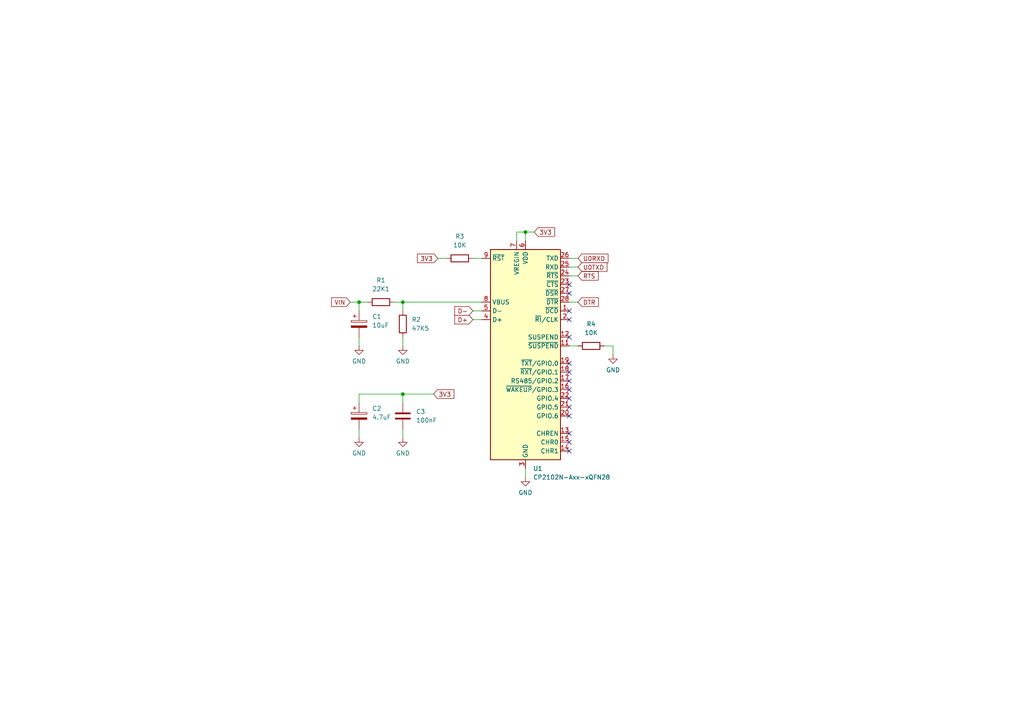
<source format=kicad_sch>
(kicad_sch (version 20231120) (generator "eeschema") (generator_version "8.0")
  (paper "A4")
  (lib_symbols
    (symbol "Device:C" (pin_numbers hide) (pin_names (offset 0.254))
      (property "Reference" "C" (at 0.635 2.54 0))
      (property "Value" "C" (at 0.635 -2.54 0))
      (symbol "C_0_1"
        (polyline (pts (xy -2.032 -0.762) (xy 2.032 -0.762)) (stroke (width 0.508)))
        (polyline (pts (xy -2.032 0.762) (xy 2.032 0.762)) (stroke (width 0.508)))
      )
      (symbol "C_1_1"
        (pin passive line (at 0 3.81 270) (length 2.794) (name "~") (number "1"))
        (pin passive line (at 0 -3.81 90) (length 2.794) (name "~") (number "2"))
      )
    )
    (symbol "Device:C_Polarized" (pin_numbers hide) (pin_names (offset 0.254))
      (property "Reference" "C" (at 0.635 2.54 0))
      (property "Value" "C_Polarized" (at 0.635 -2.54 0))
      (symbol "C_Polarized_0_1"
        (rectangle (start -2.286 0.508) (end 2.286 1.016))
        (polyline (pts (xy -1.778 2.286) (xy -0.762 2.286)))
        (polyline (pts (xy -1.27 2.794) (xy -1.27 1.778)))
        (rectangle (start 2.286 -0.508) (end -2.286 -1.016) (fill (type outline)))
      )
      (symbol "C_Polarized_1_1"
        (pin passive line (at 0 3.81 270) (length 2.794) (name "~") (number "1"))
        (pin passive line (at 0 -3.81 90) (length 2.794) (name "~") (number "2"))
      )
    )
    (symbol "Device:R" (pin_numbers hide) (pin_names (offset 0))
      (property "Reference" "R" (at 2.032 0 90))
      (property "Value" "R" (at 0 0 90))
      (symbol "R_0_1"
        (rectangle (start -1.016 -2.54) (end 1.016 2.54) (stroke (width 0.254)))
      )
      (symbol "R_1_1"
        (pin passive line (at 0 3.81 270) (length 1.27) (name "~") (number "1"))
        (pin passive line (at 0 -3.81 90) (length 1.27) (name "~") (number "2"))
      )
    )
    (symbol "Interface_USB:CP2102N-Axx-xQFN28"
      (property "Reference" "U" (at -8.89 31.75 0))
      (property "Value" "CP2102N-Axx-xQFN28" (at 12.7 31.75 0))
      (symbol "CP2102N-Axx-xQFN28_0_1"
        (rectangle (start -10.16 30.48) (end 10.16 -30.48) (stroke (width 0.254)) (fill (type background)))
      )
      (symbol "CP2102N-Axx-xQFN28_1_1"
        (pin input line (at 12.7 12.7 180) (length 2.54) (name "~{DCD}") (number "1"))
        (pin no_connect line (at -10.16 -27.94 0) (length 2.54) hide (name "NC") (number "10"))
        (pin output line (at 12.7 2.54 180) (length 2.54) (name "~{SUSPEND}") (number "11"))
        (pin output line (at 12.7 5.08 180) (length 2.54) (name "SUSPEND") (number "12"))
        (pin output line (at 12.7 -22.86 180) (length 2.54) (name "CHREN") (number "13"))
        (pin output line (at 12.7 -27.94 180) (length 2.54) (name "CHR1") (number "14"))
        (pin output line (at 12.7 -25.4 180) (length 2.54) (name "CHR0") (number "15"))
        (pin bidirectional line (at 12.7 -10.16 180) (length 2.54) (name "~{WAKEUP}/GPIO.3") (number "16"))
        (pin bidirectional line (at 12.7 -7.62 180) (length 2.54) (name "RS485/GPIO.2") (number "17"))
        (pin bidirectional line (at 12.7 -5.08 180) (length 2.54) (name "~{RXT}/GPIO.1") (number "18"))
        (pin bidirectional line (at 12.7 -2.54 180) (length 2.54) (name "~{TXT}/GPIO.0") (number "19"))
        (pin bidirectional line (at 12.7 10.16 180) (length 2.54) (name "~{RI}/CLK") (number "2"))
        (pin bidirectional line (at 12.7 -17.78 180) (length 2.54) (name "GPIO.6") (number "20"))
        (pin bidirectional line (at 12.7 -15.24 180) (length 2.54) (name "GPIO.5") (number "21"))
        (pin bidirectional line (at 12.7 -12.7 180) (length 2.54) (name "GPIO.4") (number "22"))
        (pin input line (at 12.7 20.32 180) (length 2.54) (name "~{CTS}") (number "23"))
        (pin output line (at 12.7 22.86 180) (length 2.54) (name "~{RTS}") (number "24"))
        (pin input line (at 12.7 25.4 180) (length 2.54) (name "RXD") (number "25"))
        (pin output line (at 12.7 27.94 180) (length 2.54) (name "TXD") (number "26"))
        (pin input line (at 12.7 17.78 180) (length 2.54) (name "~{DSR}") (number "27"))
        (pin output line (at 12.7 15.24 180) (length 2.54) (name "~{DTR}") (number "28"))
        (pin passive line (at 0 -33.02 90) (length 2.54) hide (name "GND") (number "29"))
        (pin power_in line (at 0 -33.02 90) (length 2.54) (name "GND") (number "3"))
        (pin bidirectional line (at -12.7 10.16 0) (length 2.54) (name "D+") (number "4"))
        (pin bidirectional line (at -12.7 12.7 0) (length 2.54) (name "D-") (number "5"))
        (pin power_in line (at 0 33.02 270) (length 2.54) (name "VDD") (number "6"))
        (pin power_in line (at -2.54 33.02 270) (length 2.54) (name "VREGIN") (number "7"))
        (pin input line (at -12.7 15.24 0) (length 2.54) (name "VBUS") (number "8"))
        (pin input line (at -12.7 27.94 0) (length 2.54) (name "~{RST}") (number "9"))
      )
    )
    (symbol "power:GND" (power) (pin_names (offset 0))
      (property "Value" "GND" (at 0 -3.81 0))
      (symbol "GND_0_1"
        (polyline (pts (xy 0 0) (xy 0 -1.27) (xy 1.27 -1.27) (xy 0 -2.54) (xy -1.27 -1.27) (xy 0 -1.27)))
      )
      (symbol "GND_1_1"
        (pin power_in line (at 0 0 270) (length 0) hide (name "GND") (number "1"))
      )
    )
  )
  (junction (at 104.14 87.63))
  (junction (at 152.4 67.31))
  (junction (at 116.84 114.3))
  (junction (at 116.84 87.63))
  (no_connect (at 165.1 130.81))
  (no_connect (at 165.1 120.65))
  (no_connect (at 165.1 82.55))
  (no_connect (at 165.1 128.27))
  (no_connect (at 165.1 107.95))
  (no_connect (at 165.1 113.03))
  (no_connect (at 165.1 105.41))
  (no_connect (at 165.1 110.49))
  (no_connect (at 165.1 97.79))
  (no_connect (at 165.1 115.57))
  (no_connect (at 165.1 92.71))
  (no_connect (at 165.1 90.17))
  (no_connect (at 165.1 85.09))
  (no_connect (at 165.1 125.73))
  (no_connect (at 165.1 118.11))
  (wire (pts (xy 127 74.93) (xy 129.54 74.93)))
  (wire (pts (xy 116.84 87.63) (xy 139.7 87.63)))
  (wire (pts (xy 167.64 80.01) (xy 165.1 80.01)))
  (wire (pts (xy 114.3 87.63) (xy 116.84 87.63)))
  (wire (pts (xy 154.94 67.31) (xy 152.4 67.31)))
  (wire (pts (xy 116.84 114.3) (xy 116.84 116.84)))
  (wire (pts (xy 165.1 77.47) (xy 167.64 77.47)))
  (wire (pts (xy 104.14 87.63) (xy 106.68 87.63)))
  (wire (pts (xy 137.16 74.93) (xy 139.7 74.93)))
  (wire (pts (xy 104.14 97.79) (xy 104.14 100.33)))
  (wire (pts (xy 152.4 67.31) (xy 152.4 69.85)))
  (wire (pts (xy 167.64 87.63) (xy 165.1 87.63)))
  (wire (pts (xy 177.8 100.33) (xy 175.26 100.33)))
  (wire (pts (xy 104.14 116.84) (xy 104.14 114.3)))
  (wire (pts (xy 104.14 114.3) (xy 116.84 114.3)))
  (wire (pts (xy 137.16 92.71) (xy 139.7 92.71)))
  (wire (pts (xy 165.1 100.33) (xy 167.64 100.33)))
  (wire (pts (xy 104.14 87.63) (xy 104.14 90.17)))
  (wire (pts (xy 125.73 114.3) (xy 116.84 114.3)))
  (wire (pts (xy 104.14 124.46) (xy 104.14 127)))
  (wire (pts (xy 152.4 135.89) (xy 152.4 138.43)))
  (wire (pts (xy 149.86 67.31) (xy 149.86 69.85)))
  (wire (pts (xy 116.84 124.46) (xy 116.84 127)))
  (wire (pts (xy 137.16 90.17) (xy 139.7 90.17)))
  (wire (pts (xy 177.8 102.87) (xy 177.8 100.33)))
  (wire (pts (xy 152.4 67.31) (xy 149.86 67.31)))
  (wire (pts (xy 101.6 87.63) (xy 104.14 87.63)))
  (wire (pts (xy 165.1 74.93) (xy 167.64 74.93)))
  (wire (pts (xy 116.84 97.79) (xy 116.84 100.33)))
  (wire (pts (xy 116.84 87.63) (xy 116.84 90.17)))
  (global_label "DTR" (shape input) (at 167.64 87.63 0) (property "Intersheetrefs" "${INTERSHEET_REFS}" (effects (hide yes))))
  (global_label "VIN" (shape input) (at 101.6 87.63 180) (property "Intersheetrefs" "${INTERSHEET_REFS}" (effects (hide yes))))
  (global_label "U0TXD" (shape input) (at 167.64 77.47 0) (property "Intersheetrefs" "${INTERSHEET_REFS}" (effects (hide yes))))
  (global_label "D+" (shape input) (at 137.16 92.71 180) (property "Intersheetrefs" "${INTERSHEET_REFS}" (effects (hide yes))))
  (global_label "3V3" (shape input) (at 154.94 67.31 0) (property "Intersheetrefs" "${INTERSHEET_REFS}" (effects (hide yes))))
  (global_label "3V3" (shape input) (at 125.73 114.3 0) (property "Intersheetrefs" "${INTERSHEET_REFS}" (effects (hide yes))))
  (global_label "3V3" (shape input) (at 127 74.93 180) (property "Intersheetrefs" "${INTERSHEET_REFS}" (effects (hide yes))))
  (global_label "U0RXD" (shape input) (at 167.64 74.93 0) (property "Intersheetrefs" "${INTERSHEET_REFS}" (effects (hide yes))))
  (global_label "RTS" (shape input) (at 167.64 80.01 0) (property "Intersheetrefs" "${INTERSHEET_REFS}" (effects (hide yes))))
  (global_label "D-" (shape input) (at 137.16 90.17 180) (property "Intersheetrefs" "${INTERSHEET_REFS}" (effects (hide yes))))
  (symbol (lib_id "Device:R") (at 116.84 93.98 180) (unit 1)
    (property "Reference" "R2" (at 119.38 92.71 0) (effects (justify right)))
    (property "Value" "47K5" (at 119.38 95.25 0) (effects (justify right)))
    (property "Footprint" "Resistor_SMD:R_0805_2012Metric" (effects (hide yes)))
  )
  (symbol (lib_id "Device:R") (at 110.49 87.63 90) (unit 1)
    (property "Reference" "R1" (at 110.49 81.28 90))
    (property "Value" "22K1" (at 110.49 83.82 90))
    (property "Footprint" "Resistor_SMD:R_0805_2012Metric" (effects (hide yes)))
  )
  (symbol (lib_id "power:GND") (at 116.84 127 0) (unit 1)
    (property "Reference" "#PWR04" (effects (hide yes)))
    (property "Value" "GND" (at 116.84 131.445 0))
  )
  (symbol (lib_id "Device:R") (at 171.45 100.33 90) (unit 1)
    (property "Reference" "R4" (at 171.45 93.98 90))
    (property "Value" "10K" (at 171.45 96.52 90))
    (property "Footprint" "Resistor_SMD:R_0805_2012Metric" (effects (hide yes)))
  )
  (symbol (lib_id "Device:C") (at 116.84 120.65 0) (unit 1)
    (property "Reference" "C3" (at 120.65 119.38 0) (effects (justify left)))
    (property "Value" "100nF" (at 120.65 121.92 0) (effects (justify left)))
    (property "Footprint" "Capacitor_SMD:C_0805_2012Metric" (effects (hide yes)))
  )
  (symbol (lib_id "Device:C_Polarized") (at 104.14 120.65 0) (unit 1)
    (property "Reference" "C2" (at 107.95 118.491 0) (effects (justify left)))
    (property "Value" "4.7uF" (at 107.95 121.031 0) (effects (justify left)))
    (property "Footprint" "Capacitor_SMD:C_0805_2012Metric" (effects (hide yes)))
  )
  (symbol (lib_id "power:GND") (at 104.14 100.33 0) (unit 1)
    (property "Reference" "#PWR01" (effects (hide yes)))
    (property "Value" "GND" (at 104.14 104.775 0))
  )
  (symbol (lib_id "power:GND") (at 177.8 102.87 0) (unit 1)
    (property "Reference" "#PWR06" (effects (hide yes)))
    (property "Value" "GND" (at 177.8 107.315 0))
  )
  (symbol (lib_id "Interface_USB:CP2102N-Axx-xQFN28") (at 152.4 102.87 0) (unit 1)
    (property "Reference" "U1" (at 154.5941 135.89 0) (effects (justify left)))
    (property "Value" "CP2102N-Axx-xQFN28" (at 154.5941 138.43 0) (effects (justify left)))
    (property "Footprint" "Package_DFN_QFN:QFN-28-1EP_5x5mm_P0.5mm_EP3.35x3.35mm" (effects (hide yes)))
    (property "Datasheet" "https://www.silabs.com/documents/public/data-sheets/cp2102n-datasheet.pdf" (effects (hide yes)))
  )
  (symbol (lib_id "power:GND") (at 104.14 127 0) (unit 1)
    (property "Reference" "#PWR02" (effects (hide yes)))
    (property "Value" "GND" (at 104.14 131.445 0))
  )
  (symbol (lib_id "power:GND") (at 116.84 100.33 0) (unit 1)
    (property "Reference" "#PWR03" (effects (hide yes)))
    (property "Value" "GND" (at 116.84 104.775 0))
  )
  (symbol (lib_id "power:GND") (at 152.4 138.43 0) (unit 1)
    (property "Reference" "#PWR05" (effects (hide yes)))
    (property "Value" "GND" (at 152.4 142.875 0))
  )
  (symbol (lib_id "Device:C_Polarized") (at 104.14 93.98 0) (unit 1)
    (property "Reference" "C1" (at 107.95 91.821 0) (effects (justify left)))
    (property "Value" "10uF" (at 107.95 94.361 0) (effects (justify left)))
    (property "Footprint" "Capacitor_SMD:C_0805_2012Metric" (effects (hide yes)))
  )
  (symbol (lib_id "Device:R") (at 133.35 74.93 90) (unit 1)
    (property "Reference" "R3" (at 133.35 68.58 90))
    (property "Value" "10K" (at 133.35 71.12 90))
    (property "Footprint" "Resistor_SMD:R_0805_2012Metric" (effects (hide yes)))
  )
)
</source>
